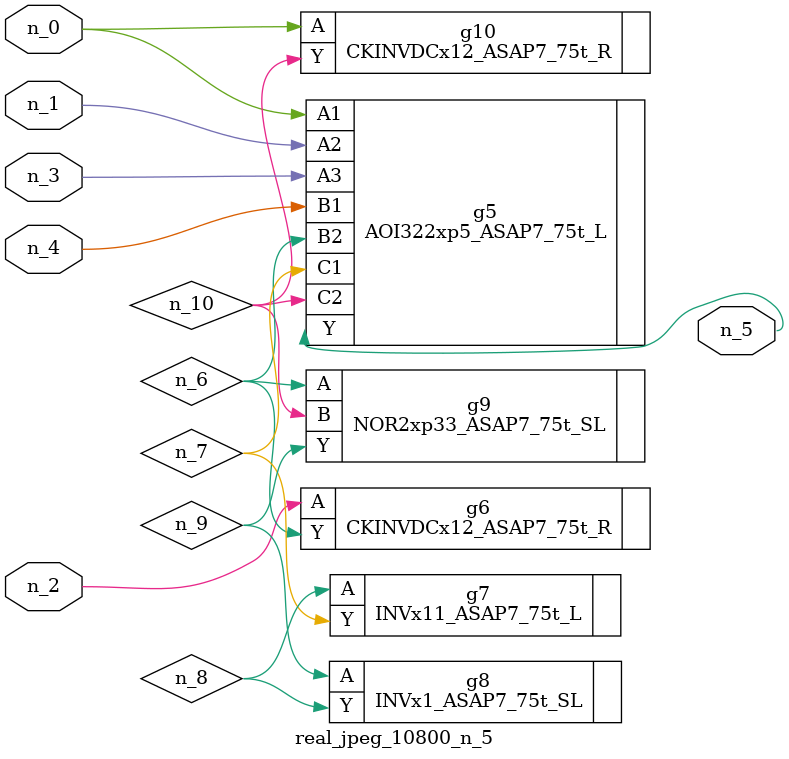
<source format=v>
module real_jpeg_10800_n_5 (n_4, n_0, n_1, n_2, n_3, n_5);

input n_4;
input n_0;
input n_1;
input n_2;
input n_3;

output n_5;

wire n_8;
wire n_6;
wire n_7;
wire n_10;
wire n_9;

AOI322xp5_ASAP7_75t_L g5 ( 
.A1(n_0),
.A2(n_1),
.A3(n_3),
.B1(n_4),
.B2(n_6),
.C1(n_7),
.C2(n_10),
.Y(n_5)
);

CKINVDCx12_ASAP7_75t_R g10 ( 
.A(n_0),
.Y(n_10)
);

CKINVDCx12_ASAP7_75t_R g6 ( 
.A(n_2),
.Y(n_6)
);

NOR2xp33_ASAP7_75t_SL g9 ( 
.A(n_6),
.B(n_10),
.Y(n_9)
);

INVx11_ASAP7_75t_L g7 ( 
.A(n_8),
.Y(n_7)
);

INVx1_ASAP7_75t_SL g8 ( 
.A(n_9),
.Y(n_8)
);


endmodule
</source>
